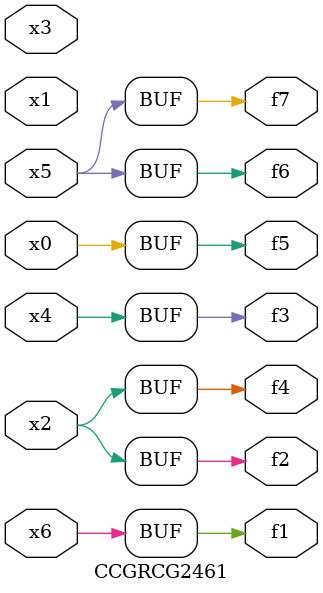
<source format=v>
module CCGRCG2461(
	input x0, x1, x2, x3, x4, x5, x6,
	output f1, f2, f3, f4, f5, f6, f7
);
	assign f1 = x6;
	assign f2 = x2;
	assign f3 = x4;
	assign f4 = x2;
	assign f5 = x0;
	assign f6 = x5;
	assign f7 = x5;
endmodule

</source>
